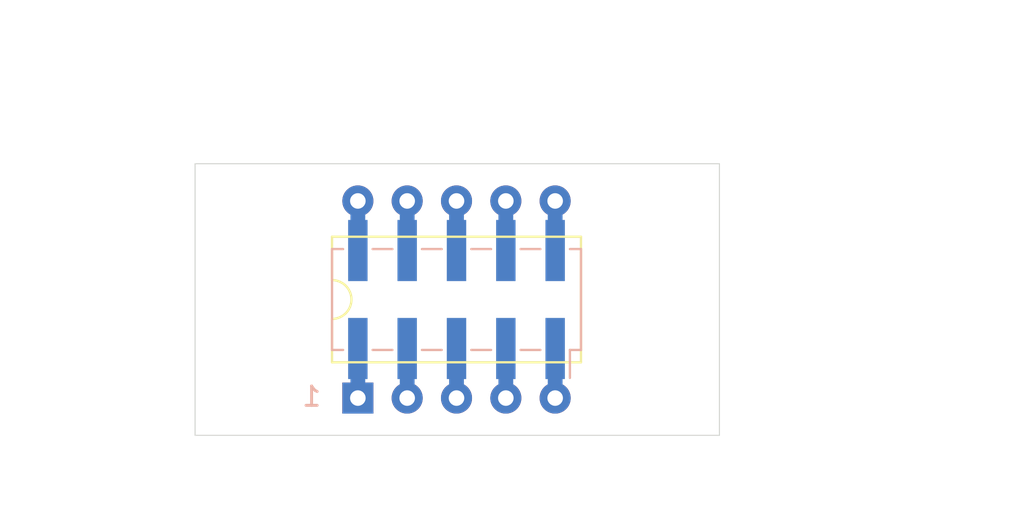
<source format=kicad_pcb>
(kicad_pcb (version 20171130) (host pcbnew 5.1.7-a382d34a8~88~ubuntu18.04.1)

  (general
    (thickness 1.6)
    (drawings 17)
    (tracks 10)
    (zones 0)
    (modules 4)
    (nets 11)
  )

  (page A4)
  (layers
    (0 F.Cu signal)
    (31 B.Cu signal)
    (32 B.Adhes user)
    (33 F.Adhes user)
    (34 B.Paste user)
    (35 F.Paste user)
    (36 B.SilkS user)
    (37 F.SilkS user)
    (38 B.Mask user)
    (39 F.Mask user)
    (40 Dwgs.User user)
    (41 Cmts.User user)
    (42 Eco1.User user)
    (43 Eco2.User user)
    (44 Edge.Cuts user)
    (45 Margin user)
    (46 B.CrtYd user)
    (47 F.CrtYd user)
    (48 B.Fab user)
    (49 F.Fab user)
  )

  (setup
    (last_trace_width 0.762)
    (trace_clearance 0.2)
    (zone_clearance 0.508)
    (zone_45_only no)
    (trace_min 0.2)
    (via_size 0.8)
    (via_drill 0.4)
    (via_min_size 0.4)
    (via_min_drill 0.3)
    (uvia_size 0.3)
    (uvia_drill 0.1)
    (uvias_allowed no)
    (uvia_min_size 0.2)
    (uvia_min_drill 0.1)
    (edge_width 0.05)
    (segment_width 0.2)
    (pcb_text_width 0.3)
    (pcb_text_size 1.5 1.5)
    (mod_edge_width 0.12)
    (mod_text_size 1 1)
    (mod_text_width 0.15)
    (pad_size 1.6 1.6)
    (pad_drill 0.8)
    (pad_to_mask_clearance 0.05)
    (aux_axis_origin 0 0)
    (visible_elements FEFFFF7F)
    (pcbplotparams
      (layerselection 0x010fc_ffffffff)
      (usegerberextensions false)
      (usegerberattributes true)
      (usegerberadvancedattributes true)
      (creategerberjobfile true)
      (excludeedgelayer true)
      (linewidth 0.100000)
      (plotframeref false)
      (viasonmask false)
      (mode 1)
      (useauxorigin false)
      (hpglpennumber 1)
      (hpglpenspeed 20)
      (hpglpendiameter 15.000000)
      (psnegative false)
      (psa4output false)
      (plotreference true)
      (plotvalue true)
      (plotinvisibletext false)
      (padsonsilk false)
      (subtractmaskfromsilk false)
      (outputformat 1)
      (mirror false)
      (drillshape 1)
      (scaleselection 1)
      (outputdirectory ""))
  )

  (net 0 "")
  (net 1 /PIN_1)
  (net 2 /PIN_2)
  (net 3 /PIN_3)
  (net 4 /PIN_4)
  (net 5 /PIN_5)
  (net 6 /PIN_6)
  (net 7 /PIN_7)
  (net 8 /PIN_8)
  (net 9 /PIN_9)
  (net 10 /PIN_10)

  (net_class Default "This is the default net class."
    (clearance 0.2)
    (trace_width 0.762)
    (via_dia 0.8)
    (via_drill 0.4)
    (uvia_dia 0.3)
    (uvia_drill 0.1)
    (add_net /PIN_1)
    (add_net /PIN_10)
    (add_net /PIN_2)
    (add_net /PIN_3)
    (add_net /PIN_4)
    (add_net /PIN_5)
    (add_net /PIN_6)
    (add_net /PIN_7)
    (add_net /PIN_8)
    (add_net /PIN_9)
  )

  (module Package_DIP:DIP-10_W10.16mm (layer F.Cu) (tedit 5A02E8C5) (tstamp 5FE13979)
    (at 8.382 -1.92 90)
    (descr "10-lead though-hole mounted DIP package, row spacing 10.16 mm (400 mils)")
    (tags "THT DIP DIL PDIP 2.54mm 10.16mm 400mil")
    (path /5FE18941)
    (attr virtual)
    (fp_text reference U1 (at 5.08 -2.33 90) (layer F.SilkS) hide
      (effects (font (size 1 1) (thickness 0.15)))
    )
    (fp_text value CL03621A (at 5.08 12.49 90) (layer F.Fab) hide
      (effects (font (size 1 1) (thickness 0.15)))
    )
    (fp_line (start 11.25 -1.55) (end -1.05 -1.55) (layer F.CrtYd) (width 0.05))
    (fp_line (start 11.25 11.7) (end 11.25 -1.55) (layer F.CrtYd) (width 0.05))
    (fp_line (start -1.05 11.7) (end 11.25 11.7) (layer F.CrtYd) (width 0.05))
    (fp_line (start -1.05 -1.55) (end -1.05 11.7) (layer F.CrtYd) (width 0.05))
    (fp_line (start 8.315 -1.33) (end 6.08 -1.33) (layer F.SilkS) (width 0.12))
    (fp_line (start 8.315 11.49) (end 8.315 -1.33) (layer F.SilkS) (width 0.12))
    (fp_line (start 1.845 11.49) (end 8.315 11.49) (layer F.SilkS) (width 0.12))
    (fp_line (start 1.845 -1.33) (end 1.845 11.49) (layer F.SilkS) (width 0.12))
    (fp_line (start 4.08 -1.33) (end 1.845 -1.33) (layer F.SilkS) (width 0.12))
    (fp_line (start 1.905 -0.27) (end 2.905 -1.27) (layer F.Fab) (width 0.1))
    (fp_line (start 1.905 11.43) (end 1.905 -0.27) (layer F.Fab) (width 0.1))
    (fp_line (start 8.255 11.43) (end 1.905 11.43) (layer F.Fab) (width 0.1))
    (fp_line (start 8.255 -1.27) (end 8.255 11.43) (layer F.Fab) (width 0.1))
    (fp_line (start 2.905 -1.27) (end 8.255 -1.27) (layer F.Fab) (width 0.1))
    (fp_arc (start 5.08 -1.33) (end 4.08 -1.33) (angle -180) (layer F.SilkS) (width 0.12))
    (fp_text user %R (at 5.08 5.08 90) (layer F.Fab)
      (effects (font (size 1 1) (thickness 0.15)))
    )
    (pad 1 thru_hole rect (at 0 0 90) (size 1.6 1.6) (drill 0.8) (layers *.Cu *.Mask)
      (net 1 /PIN_1))
    (pad 6 thru_hole oval (at 10.16 10.16 90) (size 1.6 1.6) (drill 0.8) (layers *.Cu *.Mask)
      (net 6 /PIN_6))
    (pad 2 thru_hole oval (at 0 2.54 90) (size 1.6 1.6) (drill 0.8) (layers *.Cu *.Mask)
      (net 2 /PIN_2))
    (pad 7 thru_hole oval (at 10.16 7.62 90) (size 1.6 1.6) (drill 0.8) (layers *.Cu *.Mask)
      (net 7 /PIN_7))
    (pad 3 thru_hole oval (at 0 5.08 90) (size 1.6 1.6) (drill 0.8) (layers *.Cu *.Mask)
      (net 3 /PIN_3))
    (pad 8 thru_hole oval (at 10.16 5.08 90) (size 1.6 1.6) (drill 0.8) (layers *.Cu *.Mask)
      (net 8 /PIN_8))
    (pad 4 thru_hole oval (at 0 7.62 90) (size 1.6 1.6) (drill 0.8) (layers *.Cu *.Mask)
      (net 4 /PIN_4))
    (pad 9 thru_hole oval (at 10.16 2.54 90) (size 1.6 1.6) (drill 0.8) (layers *.Cu *.Mask)
      (net 9 /PIN_9))
    (pad 5 thru_hole oval (at 0 10.16 90) (size 1.6 1.6) (drill 0.8) (layers *.Cu *.Mask)
      (net 5 /PIN_5))
    (pad 10 thru_hole oval (at 10.16 0 90) (size 1.6 1.6) (drill 0.8) (layers *.Cu *.Mask)
      (net 10 /PIN_10))
    (model ${KISYS3DMOD}/Package_DIP.3dshapes/DIP-10_W10.16mm.wrl
      (at (xyz 0 0 0))
      (scale (xyz 1 1 1))
      (rotate (xyz 0 0 0))
    )
  )

  (module MountingHole:MountingHole_3.2mm_M3_DIN965 (layer F.Cu) (tedit 56D1B4CB) (tstamp 5FE11ECC)
    (at 24 -7)
    (descr "Mounting Hole 3.2mm, no annular, M3, DIN965")
    (tags "mounting hole 3.2mm no annular m3 din965")
    (path /5FE0D6F5)
    (attr virtual)
    (fp_text reference H101 (at 0 -3.8) (layer F.SilkS) hide
      (effects (font (size 1 1) (thickness 0.15)))
    )
    (fp_text value MountingHole (at 0 3.8) (layer F.Fab) hide
      (effects (font (size 1 1) (thickness 0.15)))
    )
    (fp_circle (center 0 0) (end 2.8 0) (layer Cmts.User) (width 0.15))
    (fp_circle (center 0 0) (end 3.05 0) (layer F.CrtYd) (width 0.05))
    (fp_text user %R (at 0.3 0) (layer F.Fab)
      (effects (font (size 1 1) (thickness 0.15)))
    )
    (pad 1 np_thru_hole circle (at 0 0) (size 3.2 3.2) (drill 3.2) (layers *.Cu *.Mask))
  )

  (module MountingHole:MountingHole_3.2mm_M3_DIN965 (layer F.Cu) (tedit 56D1B4CB) (tstamp 5FE11C20)
    (at 3 -7)
    (descr "Mounting Hole 3.2mm, no annular, M3, DIN965")
    (tags "mounting hole 3.2mm no annular m3 din965")
    (path /5FE0D8A1)
    (attr virtual)
    (fp_text reference H102 (at 0 -3.8) (layer F.SilkS) hide
      (effects (font (size 1 1) (thickness 0.15)))
    )
    (fp_text value MountingHole (at 0 3.8) (layer F.Fab) hide
      (effects (font (size 1 1) (thickness 0.15)))
    )
    (fp_circle (center 0 0) (end 3.05 0) (layer F.CrtYd) (width 0.05))
    (fp_circle (center 0 0) (end 2.8 0) (layer Cmts.User) (width 0.15))
    (fp_text user %R (at 0.3 0) (layer F.Fab)
      (effects (font (size 1 1) (thickness 0.15)))
    )
    (pad 1 np_thru_hole circle (at 0 0) (size 3.2 3.2) (drill 3.2) (layers *.Cu *.Mask))
  )

  (module Connector_PinHeader_2.54mm:PinHeader_2x05_P2.54mm_Vertical_SMD (layer B.Cu) (tedit 59FED5CC) (tstamp 5FE13872)
    (at 13.462 -7 90)
    (descr "surface-mounted straight pin header, 2x05, 2.54mm pitch, double rows")
    (tags "Surface mounted pin header SMD 2x05 2.54mm double row")
    (path /5FE0D33F)
    (attr smd)
    (fp_text reference J1 (at 0 7.41 90) (layer B.SilkS) hide
      (effects (font (size 1 1) (thickness 0.15)) (justify mirror))
    )
    (fp_text value "SMD Conn" (at 0 -7.41 90) (layer B.Fab) hide
      (effects (font (size 1 1) (thickness 0.15)) (justify mirror))
    )
    (fp_line (start 2.54 -6.35) (end -2.54 -6.35) (layer B.Fab) (width 0.1))
    (fp_line (start -1.59 6.35) (end 2.54 6.35) (layer B.Fab) (width 0.1))
    (fp_line (start -2.54 -6.35) (end -2.54 5.4) (layer B.Fab) (width 0.1))
    (fp_line (start -2.54 5.4) (end -1.59 6.35) (layer B.Fab) (width 0.1))
    (fp_line (start 2.54 6.35) (end 2.54 -6.35) (layer B.Fab) (width 0.1))
    (fp_line (start -2.54 5.4) (end -3.6 5.4) (layer B.Fab) (width 0.1))
    (fp_line (start -3.6 5.4) (end -3.6 4.76) (layer B.Fab) (width 0.1))
    (fp_line (start -3.6 4.76) (end -2.54 4.76) (layer B.Fab) (width 0.1))
    (fp_line (start 2.54 5.4) (end 3.6 5.4) (layer B.Fab) (width 0.1))
    (fp_line (start 3.6 5.4) (end 3.6 4.76) (layer B.Fab) (width 0.1))
    (fp_line (start 3.6 4.76) (end 2.54 4.76) (layer B.Fab) (width 0.1))
    (fp_line (start -2.54 2.86) (end -3.6 2.86) (layer B.Fab) (width 0.1))
    (fp_line (start -3.6 2.86) (end -3.6 2.22) (layer B.Fab) (width 0.1))
    (fp_line (start -3.6 2.22) (end -2.54 2.22) (layer B.Fab) (width 0.1))
    (fp_line (start 2.54 2.86) (end 3.6 2.86) (layer B.Fab) (width 0.1))
    (fp_line (start 3.6 2.86) (end 3.6 2.22) (layer B.Fab) (width 0.1))
    (fp_line (start 3.6 2.22) (end 2.54 2.22) (layer B.Fab) (width 0.1))
    (fp_line (start -2.54 0.32) (end -3.6 0.32) (layer B.Fab) (width 0.1))
    (fp_line (start -3.6 0.32) (end -3.6 -0.32) (layer B.Fab) (width 0.1))
    (fp_line (start -3.6 -0.32) (end -2.54 -0.32) (layer B.Fab) (width 0.1))
    (fp_line (start 2.54 0.32) (end 3.6 0.32) (layer B.Fab) (width 0.1))
    (fp_line (start 3.6 0.32) (end 3.6 -0.32) (layer B.Fab) (width 0.1))
    (fp_line (start 3.6 -0.32) (end 2.54 -0.32) (layer B.Fab) (width 0.1))
    (fp_line (start -2.54 -2.22) (end -3.6 -2.22) (layer B.Fab) (width 0.1))
    (fp_line (start -3.6 -2.22) (end -3.6 -2.86) (layer B.Fab) (width 0.1))
    (fp_line (start -3.6 -2.86) (end -2.54 -2.86) (layer B.Fab) (width 0.1))
    (fp_line (start 2.54 -2.22) (end 3.6 -2.22) (layer B.Fab) (width 0.1))
    (fp_line (start 3.6 -2.22) (end 3.6 -2.86) (layer B.Fab) (width 0.1))
    (fp_line (start 3.6 -2.86) (end 2.54 -2.86) (layer B.Fab) (width 0.1))
    (fp_line (start -2.54 -4.76) (end -3.6 -4.76) (layer B.Fab) (width 0.1))
    (fp_line (start -3.6 -4.76) (end -3.6 -5.4) (layer B.Fab) (width 0.1))
    (fp_line (start -3.6 -5.4) (end -2.54 -5.4) (layer B.Fab) (width 0.1))
    (fp_line (start 2.54 -4.76) (end 3.6 -4.76) (layer B.Fab) (width 0.1))
    (fp_line (start 3.6 -4.76) (end 3.6 -5.4) (layer B.Fab) (width 0.1))
    (fp_line (start 3.6 -5.4) (end 2.54 -5.4) (layer B.Fab) (width 0.1))
    (fp_line (start -2.6 6.41) (end 2.6 6.41) (layer B.SilkS) (width 0.12))
    (fp_line (start -2.6 -6.41) (end 2.6 -6.41) (layer B.SilkS) (width 0.12))
    (fp_line (start -4.04 5.84) (end -2.6 5.84) (layer B.SilkS) (width 0.12))
    (fp_line (start -2.6 6.41) (end -2.6 5.84) (layer B.SilkS) (width 0.12))
    (fp_line (start 2.6 6.41) (end 2.6 5.84) (layer B.SilkS) (width 0.12))
    (fp_line (start -2.6 -5.84) (end -2.6 -6.41) (layer B.SilkS) (width 0.12))
    (fp_line (start 2.6 -5.84) (end 2.6 -6.41) (layer B.SilkS) (width 0.12))
    (fp_line (start -2.6 4.32) (end -2.6 3.3) (layer B.SilkS) (width 0.12))
    (fp_line (start 2.6 4.32) (end 2.6 3.3) (layer B.SilkS) (width 0.12))
    (fp_line (start -2.6 1.78) (end -2.6 0.76) (layer B.SilkS) (width 0.12))
    (fp_line (start 2.6 1.78) (end 2.6 0.76) (layer B.SilkS) (width 0.12))
    (fp_line (start -2.6 -0.76) (end -2.6 -1.78) (layer B.SilkS) (width 0.12))
    (fp_line (start 2.6 -0.76) (end 2.6 -1.78) (layer B.SilkS) (width 0.12))
    (fp_line (start -2.6 -3.3) (end -2.6 -4.32) (layer B.SilkS) (width 0.12))
    (fp_line (start 2.6 -3.3) (end 2.6 -4.32) (layer B.SilkS) (width 0.12))
    (fp_line (start -5.9 6.85) (end -5.9 -6.85) (layer B.CrtYd) (width 0.05))
    (fp_line (start -5.9 -6.85) (end 5.9 -6.85) (layer B.CrtYd) (width 0.05))
    (fp_line (start 5.9 -6.85) (end 5.9 6.85) (layer B.CrtYd) (width 0.05))
    (fp_line (start 5.9 6.85) (end -5.9 6.85) (layer B.CrtYd) (width 0.05))
    (fp_text user %R (at 0 0 180) (layer B.Fab)
      (effects (font (size 1 1) (thickness 0.15)) (justify mirror))
    )
    (pad 1 smd rect (at -2.525 5.08 90) (size 3.15 1) (layers B.Cu B.Paste B.Mask)
      (net 5 /PIN_5))
    (pad 2 smd rect (at 2.525 5.08 90) (size 3.15 1) (layers B.Cu B.Paste B.Mask)
      (net 6 /PIN_6))
    (pad 3 smd rect (at -2.525 2.54 90) (size 3.15 1) (layers B.Cu B.Paste B.Mask)
      (net 4 /PIN_4))
    (pad 4 smd rect (at 2.525 2.54 90) (size 3.15 1) (layers B.Cu B.Paste B.Mask)
      (net 7 /PIN_7))
    (pad 5 smd rect (at -2.525 0 90) (size 3.15 1) (layers B.Cu B.Paste B.Mask)
      (net 3 /PIN_3))
    (pad 6 smd rect (at 2.525 0 90) (size 3.15 1) (layers B.Cu B.Paste B.Mask)
      (net 8 /PIN_8))
    (pad 7 smd rect (at -2.525 -2.54 90) (size 3.15 1) (layers B.Cu B.Paste B.Mask)
      (net 2 /PIN_2))
    (pad 8 smd rect (at 2.525 -2.54 90) (size 3.15 1) (layers B.Cu B.Paste B.Mask)
      (net 9 /PIN_9))
    (pad 9 smd rect (at -2.525 -5.08 90) (size 3.15 1) (layers B.Cu B.Paste B.Mask)
      (net 1 /PIN_1))
    (pad 10 smd rect (at 2.525 -5.08 90) (size 3.15 1) (layers B.Cu B.Paste B.Mask)
      (net 10 /PIN_10))
    (model ${KISYS3DMOD}/Connector_PinHeader_2.54mm.3dshapes/PinHeader_2x05_P2.54mm_Vertical_SMD.wrl
      (at (xyz 0 0 0))
      (scale (xyz 1 1 1))
      (rotate (xyz 0 0 0))
    )
  )

  (dimension 27 (width 0.15) (layer Dwgs.User)
    (gr_text "27,000 mm" (at 13.5 4.8) (layer Dwgs.User)
      (effects (font (size 1 1) (thickness 0.15)))
    )
    (feature1 (pts (xy 27 0) (xy 27 4.086421)))
    (feature2 (pts (xy 0 0) (xy 0 4.086421)))
    (crossbar (pts (xy 0 3.5) (xy 27 3.5)))
    (arrow1a (pts (xy 27 3.5) (xy 25.873496 4.086421)))
    (arrow1b (pts (xy 27 3.5) (xy 25.873496 2.913579)))
    (arrow2a (pts (xy 0 3.5) (xy 1.126504 4.086421)))
    (arrow2b (pts (xy 0 3.5) (xy 1.126504 2.913579)))
  )
  (gr_text 1 (at 6 -2) (layer B.SilkS)
    (effects (font (size 1 1) (thickness 0.15)) (justify mirror))
  )
  (dimension 21 (width 0.15) (layer Dwgs.User)
    (gr_text "21,000 mm" (at 13.5 -19.08) (layer Dwgs.User)
      (effects (font (size 1 1) (thickness 0.15)))
    )
    (feature1 (pts (xy 24 -7) (xy 24 -18.366421)))
    (feature2 (pts (xy 3 -7) (xy 3 -18.366421)))
    (crossbar (pts (xy 3 -17.78) (xy 24 -17.78)))
    (arrow1a (pts (xy 24 -17.78) (xy 22.873496 -17.193579)))
    (arrow1b (pts (xy 24 -17.78) (xy 22.873496 -18.366421)))
    (arrow2a (pts (xy 3 -17.78) (xy 4.126504 -17.193579)))
    (arrow2b (pts (xy 3 -17.78) (xy 4.126504 -18.366421)))
  )
  (dimension 14 (width 0.15) (layer Dwgs.User)
    (gr_text "14,000 mm" (at -6.38 -7 90) (layer Dwgs.User)
      (effects (font (size 1 1) (thickness 0.15)))
    )
    (feature1 (pts (xy 0 -14) (xy -5.666421 -14)))
    (feature2 (pts (xy 0 0) (xy -5.666421 0)))
    (crossbar (pts (xy -5.08 0) (xy -5.08 -14)))
    (arrow1a (pts (xy -5.08 -14) (xy -4.493579 -12.873496)))
    (arrow1b (pts (xy -5.08 -14) (xy -5.666421 -12.873496)))
    (arrow2a (pts (xy -5.08 0) (xy -4.493579 -1.126504)))
    (arrow2b (pts (xy -5.08 0) (xy -5.666421 -1.126504)))
  )
  (gr_line (start -2 -15.5) (end -2 1.5) (layer Dwgs.User) (width 0.15) (tstamp 5FE19660))
  (gr_line (start 29 -15.5) (end -2 -15.5) (layer Dwgs.User) (width 0.15))
  (gr_line (start 29 1.5) (end 29 -15.5) (layer Dwgs.User) (width 0.15))
  (gr_line (start -2 1.5) (end 29 1.5) (layer Dwgs.User) (width 0.15))
  (gr_line (start 6 -14) (end 6 0) (layer Dwgs.User) (width 0.15) (tstamp 5FE12A26))
  (gr_line (start 21 -14) (end 6 -14) (layer Dwgs.User) (width 0.15))
  (gr_line (start 21 0) (end 21 -14) (layer Dwgs.User) (width 0.15))
  (gr_line (start 6 0) (end 21 0) (layer Dwgs.User) (width 0.15))
  (gr_text "2 bit 7 segment LED display is 10 pin DIP. with 10.16 mm spacing" (at 16.51 -21.59) (layer Cmts.User)
    (effects (font (size 1 1) (thickness 0.15)))
  )
  (gr_line (start 27 -14) (end 0 -14) (layer Edge.Cuts) (width 0.05) (tstamp 5FE11D2E))
  (gr_line (start 27 0) (end 27 -14) (layer Edge.Cuts) (width 0.05) (tstamp 5FE12B13))
  (gr_line (start 0 0) (end 27 0) (layer Edge.Cuts) (width 0.05) (tstamp 5FE12B10))
  (gr_line (start 0 -14) (end 0 0) (layer Edge.Cuts) (width 0.05))

  (segment (start 18.542 -4.475) (end 18.542 -1.92) (width 0.762) (layer B.Cu) (net 5))
  (segment (start 16.002 -4.475) (end 16.002 -1.92) (width 0.762) (layer B.Cu) (net 4))
  (segment (start 13.462 -4.475) (end 13.462 -1.92) (width 0.762) (layer B.Cu) (net 3))
  (segment (start 10.922 -4.475) (end 10.922 -1.92) (width 0.762) (layer B.Cu) (net 2))
  (segment (start 8.382 -4.475) (end 8.382 -1.92) (width 0.762) (layer B.Cu) (net 1))
  (segment (start 8.382 -9.525) (end 8.382 -12.08) (width 0.762) (layer B.Cu) (net 10))
  (segment (start 10.922 -9.525) (end 10.922 -12.08) (width 0.762) (layer B.Cu) (net 9))
  (segment (start 13.462 -9.525) (end 13.462 -12.08) (width 0.762) (layer B.Cu) (net 8))
  (segment (start 16.002 -9.525) (end 16.002 -12.08) (width 0.762) (layer B.Cu) (net 7))
  (segment (start 18.542 -9.525) (end 18.542 -12.08) (width 0.762) (layer B.Cu) (net 6))

)

</source>
